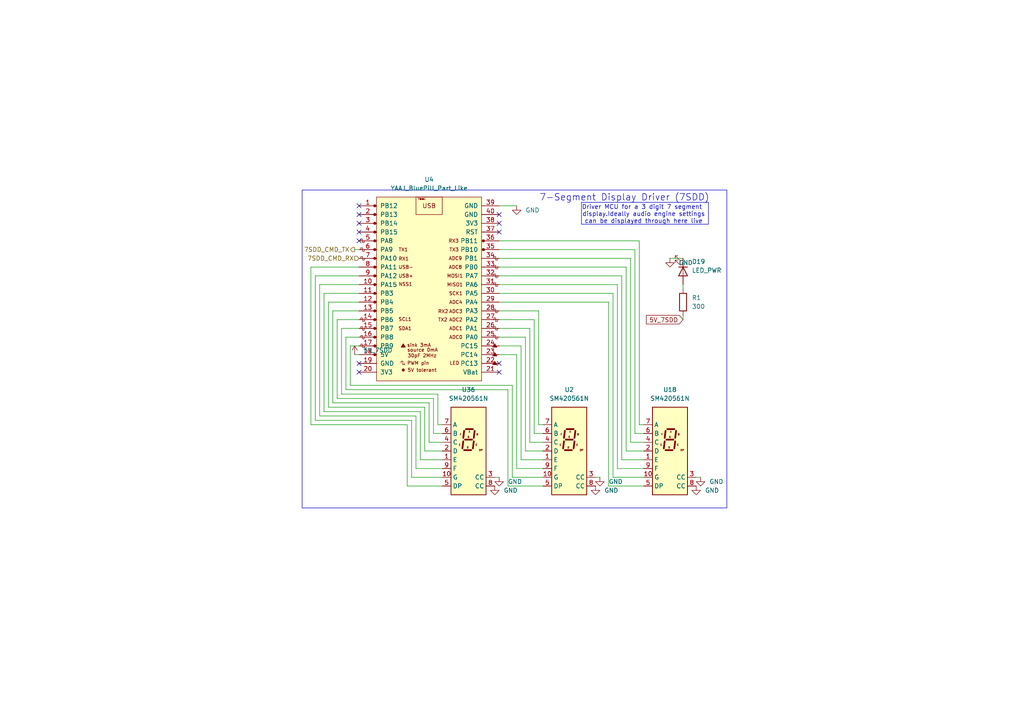
<source format=kicad_sch>
(kicad_sch (version 20250114) (generator "eeschema") (generator_version "9.0")
  (paper "A4")
  (title_block (date "2025-07-21") (rev "2"))
  (lib_symbols
    (symbol "Device:LED" (pin_numbers (hide yes)) (pin_names (offset 1.016) (hide yes))
      (property "Reference" "D" (at 0 2.54 0))
      (property "Value" "LED" (at 0 -2.54 0))
      (symbol "LED_0_1"
        (polyline (pts (xy -3.048 -0.762) (xy -4.572 -2.286) (xy -3.81 -2.286) (xy -4.572 -2.286) (xy -4.572 -1.524)))
        (polyline (pts (xy -1.778 -0.762) (xy -3.302 -2.286) (xy -2.54 -2.286) (xy -3.302 -2.286) (xy -3.302 -1.524)))
        (polyline (pts (xy -1.27 0) (xy 1.27 0)))
        (polyline (pts (xy -1.27 -1.27) (xy -1.27 1.27)) (stroke (width 0.254)))
        (polyline (pts (xy 1.27 -1.27) (xy 1.27 1.27) (xy -1.27 0) (xy 1.27 -1.27)) (stroke (width 0.254)))
      )
      (symbol "LED_1_1"
        (pin passive line (at -3.81 0 0) (length 2.54) (name "K") (number "1"))
        (pin passive line (at 3.81 0 180) (length 2.54) (name "A") (number "2"))
      )
    )
    (symbol "Device:R" (pin_numbers (hide yes)) (pin_names (offset 0))
      (property "Reference" "R" (at 2.032 0 90))
      (property "Value" "R" (at 0 0 90))
      (symbol "R_0_1"
        (rectangle (start -1.016 -2.54) (end 1.016 2.54) (stroke (width 0.254)))
      )
      (symbol "R_1_1"
        (pin passive line (at 0 3.81 270) (length 1.27) (name "~") (number "1"))
        (pin passive line (at 0 -3.81 90) (length 1.27) (name "~") (number "2"))
      )
    )
    (symbol "Display_Character:SM420561N"
      (property "Reference" "U" (at -2.54 13.97 0))
      (property "Value" "SM420561N" (at 1.27 13.97 0))
      (symbol "SM420561N_0_0"
        (text "E" (at -2.54 1.778 0) (effects (font (size 0.508 0.508))))
        (text "F" (at -2.286 4.826 0) (effects (font (size 0.508 0.508))))
        (text "D" (at -0.254 1.016 0) (effects (font (size 0.508 0.508))))
        (text "G" (at 0 4.064 0) (effects (font (size 0.508 0.508))))
        (text "A" (at 0.254 5.588 0) (effects (font (size 0.508 0.508))))
        (text "C" (at 2.286 1.778 0) (effects (font (size 0.508 0.508))))
        (text "B" (at 2.54 4.826 0) (effects (font (size 0.508 0.508))))
        (text "DP" (at 3.556 0.254 0) (effects (font (size 0.508 0.508))))
      )
      (symbol "SM420561N_0_1"
        (rectangle (start -5.08 12.7) (end 5.08 -12.7) (stroke (width 0.254)) (fill (type background)))
        (polyline (pts (xy -1.524 2.794) (xy -1.778 0.762)) (stroke (width 0.508)))
        (polyline (pts (xy -1.27 5.842) (xy -1.524 3.81)) (stroke (width 0.508)))
        (polyline (pts (xy -1.27 0.254) (xy 0.762 0.254)) (stroke (width 0.508)))
        (polyline (pts (xy -1.016 3.302) (xy 1.016 3.302)) (stroke (width 0.508)))
        (polyline (pts (xy -0.762 6.35) (xy 1.27 6.35)) (stroke (width 0.508)))
        (polyline (pts (xy 1.524 2.794) (xy 1.27 0.762)) (stroke (width 0.508)))
        (polyline (pts (xy 1.778 5.842) (xy 1.524 3.81)) (stroke (width 0.508)))
        (polyline (pts (xy 2.54 0.254) (xy 2.54 0.254)) (stroke (width 0.508)))
      )
      (symbol "SM420561N_1_1"
        (pin input line (at -7.62 7.62 0) (length 2.54) (name "A") (number "7"))
        (pin input line (at -7.62 5.08 0) (length 2.54) (name "B") (number "6"))
        (pin input line (at -7.62 2.54 0) (length 2.54) (name "C") (number "4"))
        (pin input line (at -7.62 0 0) (length 2.54) (name "D") (number "2"))
        (pin input line (at -7.62 -2.54 0) (length 2.54) (name "E") (number "1"))
        (pin input line (at -7.62 -5.08 0) (length 2.54) (name "F") (number "9"))
        (pin input line (at -7.62 -7.62 0) (length 2.54) (name "G") (number "10"))
        (pin input line (at -7.62 -10.16 0) (length 2.54) (name "DP") (number "5"))
        (pin input line (at 7.62 -7.62 180) (length 2.54) (name "CC") (number "3"))
        (pin input line (at 7.62 -10.16 180) (length 2.54) (name "CC") (number "8"))
      )
    )
    (symbol "YAAJ_BluePill_Part_Like:YAAJ_BluePill_Part_Like" (pin_names (offset 1.016))
      (property "Reference" "U" (at -12.7 25.4 0))
      (property "Value" "YAAJ_BluePill_Part_Like" (at 0 2.54 90))
      (symbol "YAAJ_BluePill_Part_Like_0_0"
        (circle (center -15.748 22.86) (radius 0.3556) (fill (type outline)))
        (circle (center -15.748 17.78) (radius 0.3556) (fill (type outline)))
        (circle (center -15.748 15.24) (radius 0.3556) (fill (type outline)))
        (circle (center -15.748 12.7) (radius 0.3556) (fill (type outline)))
        (circle (center -15.748 10.16) (radius 0.3556) (fill (type outline)))
        (circle (center -15.748 7.62) (radius 0.3556) (fill (type outline)))
        (circle (center -15.748 5.08) (radius 0.3556) (fill (type outline)))
        (circle (center -15.748 2.54) (radius 0.3556) (fill (type outline)))
        (circle (center -15.748 0) (radius 0.3556) (fill (type outline)))
        (circle (center -15.748 -2.54) (radius 0.3556) (fill (type outline)))
        (circle (center -15.748 -5.08) (radius 0.3556) (fill (type outline)))
        (circle (center -15.748 -7.62) (radius 0.3556) (fill (type outline)))
        (circle (center -15.748 -10.16) (radius 0.3556) (fill (type outline)))
        (circle (center -15.748 -12.7) (radius 0.3556) (fill (type outline)))
        (circle (center -15.748 -15.24) (radius 0.3556) (fill (type outline)))
        (circle (center -15.748 -17.78) (radius 0.3556) (fill (type outline)))
        (circle (center -15.748 -20.32) (radius 0.3556) (fill (type outline)))
        (polyline (pts (xy -8.128 -18.161) (xy -7.493 -17.145) (xy -6.858 -18.161) (xy -8.128 -18.161) (xy -7.493 -17.272) (xy -6.985 -18.161) (xy -8.001 -18.034) (xy -7.493 -17.399) (xy -7.112 -18.161) (xy -7.874 -17.907) (xy -7.366 -17.526) (xy -7.239 -18.161) (xy -7.747 -17.78) (xy -7.239 -17.653) (xy -7.366 -18.034) (xy -7.62 -17.78) (xy -7.366 -17.907) (xy -7.493 -17.653)))
        (circle (center -7.493 -24.765) (radius 0.127) (fill (type outline)))
        (circle (center -7.493 -24.765) (radius 0.254))
        (circle (center -7.493 -24.765) (radius 0.3556))
        (circle (center 15.748 12.7) (radius 0.254) (fill (type outline)))
        (circle (center 15.748 12.7) (radius 0.3556))
        (circle (center 15.748 10.16) (radius 0.254) (fill (type outline)))
        (circle (center 15.748 10.16) (radius 0.3556))
        (polyline (pts (xy 18.415 -18.161) (xy 19.05 -17.145) (xy 19.685 -18.161) (xy 18.415 -18.161) (xy 19.05 -17.272) (xy 19.558 -18.161) (xy 18.542 -18.034) (xy 19.05 -17.399) (xy 19.431 -18.161) (xy 18.669 -17.907) (xy 19.177 -17.526) (xy 19.304 -18.161) (xy 18.796 -17.78) (xy 19.304 -17.653) (xy 19.177 -18.034) (xy 18.923 -17.78) (xy 19.177 -17.907) (xy 19.05 -17.653)))
        (polyline (pts (xy 18.415 -20.701) (xy 19.05 -19.685) (xy 19.685 -20.701) (xy 18.415 -20.701) (xy 19.05 -19.812) (xy 19.558 -20.701) (xy 18.542 -20.574) (xy 19.05 -19.939) (xy 19.431 -20.701) (xy 18.669 -20.447) (xy 19.177 -20.066) (xy 19.304 -20.701) (xy 18.796 -20.32) (xy 19.304 -20.193) (xy 19.177 -20.574) (xy 18.923 -20.32) (xy 19.177 -20.447) (xy 19.05 -20.193)))
        (polyline (pts (xy 18.415 -23.241) (xy 19.05 -22.225) (xy 19.685 -23.241) (xy 18.415 -23.241) (xy 19.05 -22.352) (xy 19.558 -23.241) (xy 18.542 -23.114) (xy 19.05 -22.479) (xy 19.431 -23.241) (xy 18.669 -22.987) (xy 19.177 -22.606) (xy 19.304 -23.241) (xy 18.796 -22.86) (xy 19.304 -22.733) (xy 19.177 -23.114) (xy 18.923 -22.86) (xy 19.177 -22.987) (xy 19.05 -22.733)))
        (text "TX1" (at -7.493 10.16 0) (effects (font (size 0.9906 0.9906))))
        (text "RX1" (at -7.366 7.493 0) (effects (font (size 0.9906 0.9906))))
        (text "SCL1" (at -6.985 -10.033 0) (effects (font (size 0.9906 0.9906))))
        (text "SDA1" (at -6.985 -12.7 0) (effects (font (size 0.9906 0.9906))))
        (text "NSS1" (at -6.858 0.127 0) (effects (font (size 0.9906 0.9906))))
        (text "USB-" (at -6.731 5.08 0) (effects (font (size 0.9906 0.9906))))
        (text "USB+" (at -6.731 2.54 0) (effects (font (size 0.9906 0.9906))))
        (text "PWM pin" (at -3.175 -22.733 0) (effects (font (size 0.9906 0.9906))))
        (text "sink 3mA" (at -2.921 -17.526 0) (effects (font (size 0.9906 0.9906))))
        (text "Y@@J" (at -2.159 24.892 0) (effects (font (size 0.508 0.508))))
        (text "30pF 2MHz" (at -2.032 -20.574 0) (effects (font (size 0.9906 0.9906))))
        (text "5V tolerant" (at -2.032 -24.765 0) (effects (font (size 0.9906 0.9906))))
        (text "source 0mA" (at -1.905 -18.923 0) (effects (font (size 0.9906 0.9906))))
        (text "USB" (at 0 22.86 0) (effects (font (size 1.27 1.27))))
        (text "TX2" (at 3.937 -10.16 0) (effects (font (size 0.9906 0.9906))))
        (text "RX2" (at 4.064 -7.747 0) (effects (font (size 0.9906 0.9906))))
        (text "RX3" (at 7.112 12.7 0) (effects (font (size 0.9906 0.9906))))
        (text "TX3" (at 7.239 10.16 0) (effects (font (size 0.9906 0.9906))))
        (text "LED" (at 7.366 -22.733 0) (effects (font (size 0.9906 0.9906))))
        (text "MOSI1" (at 7.493 2.54 0) (effects (font (size 0.9906 0.9906))))
        (text "MISO1" (at 7.493 0 0) (effects (font (size 0.9906 0.9906))))
        (text "ADC9" (at 7.62 7.62 0) (effects (font (size 0.9906 0.9906))))
        (text "ADC8" (at 7.62 5.08 0) (effects (font (size 0.9906 0.9906))))
        (text "SCK1" (at 7.747 -2.54 0) (effects (font (size 0.9906 0.9906))))
        (text "ADC4" (at 7.747 -5.08 0) (effects (font (size 0.9906 0.9906))))
        (text "ADC3" (at 7.747 -7.747 0) (effects (font (size 0.9906 0.9906))))
        (text "ADC2" (at 7.747 -10.16 0) (effects (font (size 0.9906 0.9906))))
        (text "ADC1" (at 7.747 -12.7 0) (effects (font (size 0.9906 0.9906))))
        (text "ADC0" (at 7.747 -15.24 0) (effects (font (size 0.9906 0.9906))))
      )
      (symbol "YAAJ_BluePill_Part_Like_0_1"
        (polyline (pts (xy -18.796 12.7) (xy -18.796 12.192) (xy -19.304 12.192) (xy -19.304 13.208) (xy -19.812 13.208) (xy -19.812 12.7)))
        (polyline (pts (xy -18.796 10.16) (xy -18.796 9.652) (xy -19.304 9.652) (xy -19.304 10.668) (xy -19.812 10.668) (xy -19.812 10.16)))
        (polyline (pts (xy -18.796 7.62) (xy -18.796 7.112) (xy -19.304 7.112) (xy -19.304 8.128) (xy -19.812 8.128) (xy -19.812 7.62)))
        (polyline (pts (xy -18.796 -10.16) (xy -18.796 -10.668) (xy -19.304 -10.668) (xy -19.304 -9.652) (xy -19.812 -9.652) (xy -19.812 -10.16)))
        (polyline (pts (xy -18.796 -12.7) (xy -18.796 -13.208) (xy -19.304 -13.208) (xy -19.304 -12.192) (xy -19.812 -12.192) (xy -19.812 -12.7)))
        (polyline (pts (xy -18.796 -15.24) (xy -18.796 -15.748) (xy -19.304 -15.748) (xy -19.304 -14.732) (xy -19.812 -14.732) (xy -19.812 -15.24)))
        (polyline (pts (xy -18.796 -17.78) (xy -18.796 -18.288) (xy -19.304 -18.288) (xy -19.304 -17.272) (xy -19.812 -17.272) (xy -19.812 -17.78)))
        (rectangle (start -15.24 25.4) (end 15.24 -27.94) (fill (type background)))
        (polyline (pts (xy -7.112 -22.733) (xy -7.112 -23.241) (xy -7.62 -23.241) (xy -7.62 -22.225) (xy -8.128 -22.225) (xy -8.128 -22.733)))
        (rectangle (start 3.81 25.4) (end -3.81 20.32))
        (polyline (pts (xy 19.812 7.62) (xy 19.812 7.112) (xy 19.304 7.112) (xy 19.304 8.128) (xy 18.796 8.128) (xy 18.796 7.62)))
        (polyline (pts (xy 19.812 5.08) (xy 19.812 4.572) (xy 19.304 4.572) (xy 19.304 5.588) (xy 18.796 5.588) (xy 18.796 5.08)))
        (polyline (pts (xy 19.812 2.54) (xy 19.812 2.032) (xy 19.304 2.032) (xy 19.304 3.048) (xy 18.796 3.048) (xy 18.796 2.54)))
        (polyline (pts (xy 19.812 0) (xy 19.812 -0.508) (xy 19.304 -0.508) (xy 19.304 0.508) (xy 18.796 0.508) (xy 18.796 0)))
        (polyline (pts (xy 19.812 -7.62) (xy 19.812 -8.128) (xy 19.304 -8.128) (xy 19.304 -7.112) (xy 18.796 -7.112) (xy 18.796 -7.62)))
        (polyline (pts (xy 19.812 -10.16) (xy 19.812 -10.668) (xy 19.304 -10.668) (xy 19.304 -9.652) (xy 18.796 -9.652) (xy 18.796 -10.16)))
        (polyline (pts (xy 19.812 -12.7) (xy 19.812 -13.208) (xy 19.304 -13.208) (xy 19.304 -12.192) (xy 18.796 -12.192) (xy 18.796 -12.7)))
        (polyline (pts (xy 19.812 -15.24) (xy 19.812 -15.748) (xy 19.304 -15.748) (xy 19.304 -14.732) (xy 18.796 -14.732) (xy 18.796 -15.24)))
      )
      (symbol "YAAJ_BluePill_Part_Like_1_1"
        (circle (center -15.748 20.32) (radius 0.3556) (fill (type outline)))
        (pin bidirectional line (at -20.32 22.86 0) (length 5.08) (name "PB12") (number "1"))
        (pin bidirectional line (at -20.32 20.32 0) (length 5.08) (name "PB13") (number "2"))
        (pin bidirectional line (at -20.32 17.78 0) (length 5.08) (name "PB14") (number "3"))
        (pin bidirectional line (at -20.32 15.24 0) (length 5.08) (name "PB15") (number "4"))
        (pin bidirectional line (at -20.32 12.7 0) (length 5.08) (name "PA8") (number "5"))
        (pin bidirectional line (at -20.32 10.16 0) (length 5.08) (name "PA9") (number "6"))
        (pin bidirectional line (at -20.32 7.62 0) (length 5.08) (name "PA10") (number "7"))
        (pin bidirectional line (at -20.32 5.08 0) (length 5.08) (name "PA11") (number "8"))
        (pin bidirectional line (at -20.32 2.54 0) (length 5.08) (name "PA12") (number "9"))
        (pin bidirectional line (at -20.32 0 0) (length 5.08) (name "PA15") (number "10"))
        (pin bidirectional line (at -20.32 -2.54 0) (length 5.08) (name "PB3") (number "11"))
        (pin bidirectional line (at -20.32 -5.08 0) (length 5.08) (name "PB4") (number "12"))
        (pin bidirectional line (at -20.32 -7.62 0) (length 5.08) (name "PB5") (number "13"))
        (pin bidirectional line (at -20.32 -10.16 0) (length 5.08) (name "PB6") (number "14"))
        (pin bidirectional line (at -20.32 -12.7 0) (length 5.08) (name "PB7") (number "15"))
        (pin bidirectional line (at -20.32 -15.24 0) (length 5.08) (name "PB8") (number "16"))
        (pin bidirectional line (at -20.32 -17.78 0) (length 5.08) (name "PB9") (number "17"))
        (pin power_in line (at -20.32 -20.32 0) (length 5.08) (name "5V") (number "18"))
        (pin power_in line (at -20.32 -22.86 0) (length 5.08) (name "GND") (number "19"))
        (pin power_in line (at -20.32 -25.4 0) (length 5.08) (name "3V3") (number "20"))
        (pin power_in line (at 20.32 22.86 180) (length 5.08) (name "GND") (number "39"))
        (pin power_in line (at 20.32 20.32 180) (length 5.08) (name "GND") (number "40"))
        (pin power_in line (at 20.32 17.78 180) (length 5.08) (name "3V3") (number "38"))
        (pin input line (at 20.32 15.24 180) (length 5.08) (name "RST") (number "37"))
        (pin bidirectional line (at 20.32 12.7 180) (length 5.08) (name "PB11") (number "36"))
        (pin bidirectional line (at 20.32 10.16 180) (length 5.08) (name "PB10") (number "35"))
        (pin bidirectional line (at 20.32 7.62 180) (length 5.08) (name "PB1") (number "34"))
        (pin bidirectional line (at 20.32 5.08 180) (length 5.08) (name "PB0") (number "33"))
        (pin bidirectional line (at 20.32 2.54 180) (length 5.08) (name "PA7") (number "32"))
        (pin bidirectional line (at 20.32 0 180) (length 5.08) (name "PA6") (number "31"))
        (pin bidirectional line (at 20.32 -2.54 180) (length 5.08) (name "PA5") (number "30"))
        (pin bidirectional line (at 20.32 -5.08 180) (length 5.08) (name "PA4") (number "29"))
        (pin bidirectional line (at 20.32 -7.62 180) (length 5.08) (name "PA3") (number "28"))
        (pin bidirectional line (at 20.32 -10.16 180) (length 5.08) (name "PA2") (number "27"))
        (pin bidirectional line (at 20.32 -12.7 180) (length 5.08) (name "PA1") (number "26"))
        (pin bidirectional line (at 20.32 -15.24 180) (length 5.08) (name "PA0") (number "25"))
        (pin bidirectional line (at 20.32 -17.78 180) (length 5.08) (name "PC15") (number "24"))
        (pin bidirectional line (at 20.32 -20.32 180) (length 5.08) (name "PC14") (number "23"))
        (pin bidirectional line (at 20.32 -22.86 180) (length 5.08) (name "PC13") (number "22"))
        (pin power_in line (at 20.32 -25.4 180) (length 5.08) (name "VBat") (number "21"))
      )
    )
    (symbol "power:+5V" (power) (pin_numbers (hide yes)) (pin_names (offset 0) (hide yes))
      (property "Value" "+5V" (at 0 3.556 0))
      (symbol "+5V_0_1"
        (polyline (pts (xy -0.762 1.27) (xy 0 2.54)))
        (polyline (pts (xy 0 2.54) (xy 0.762 1.27)))
        (polyline (pts (xy 0 0) (xy 0 2.54)))
      )
      (symbol "+5V_1_1"
        (pin power_in line (at 0 0 90) (length 0) (name "~") (number "1"))
      )
    )
    (symbol "power:GND" (power) (pin_numbers (hide yes)) (pin_names (offset 0) (hide yes))
      (property "Value" "GND" (at 0 -3.81 0))
      (symbol "GND_0_1"
        (polyline (pts (xy 0 0) (xy 0 -1.27) (xy 1.27 -1.27) (xy 0 -2.54) (xy -1.27 -1.27) (xy 0 -1.27)))
      )
      (symbol "GND_1_1"
        (pin power_in line (at 0 0 270) (length 0) (name "~") (number "1"))
      )
    )
  )
  (rectangle (start 87.63 55.118) (end 210.82 147.32))
  (rectangle (start 168.656 58.674) (end 205.486 65.024))
  (text "Driver MCU for a 3 digit 7 segment \ndisplay.Ideally audio engine settings\ncan be displayed through here live" (at 186.69 62.23 0) (effects (font (size 1.27 1.27))))
  (text "7-Segment Display Driver (7SDD)" (at 181.102 57.404 0) (effects (font (size 1.905 1.905))))
  (no_connect (at 104.14 59.69))
  (no_connect (at 144.78 64.77))
  (no_connect (at 104.14 67.31))
  (no_connect (at 144.78 105.41))
  (no_connect (at 104.14 69.85))
  (no_connect (at 104.14 105.41))
  (no_connect (at 144.78 107.95))
  (no_connect (at 144.78 67.31))
  (no_connect (at 104.14 107.95))
  (no_connect (at 144.78 62.23))
  (no_connect (at 104.14 64.77))
  (no_connect (at 104.14 62.23))
  (wire (pts (xy 184.15 72.39) (xy 144.78 72.39)))
  (wire (pts (xy 121.92 119.38) (xy 93.98 119.38)))
  (wire (pts (xy 118.11 123.19) (xy 118.11 140.97)))
  (wire (pts (xy 149.86 135.89) (xy 157.48 135.89)))
  (wire (pts (xy 120.65 135.89) (xy 128.27 135.89)))
  (wire (pts (xy 179.07 135.89) (xy 179.07 82.55)))
  (wire (pts (xy 157.48 128.27) (xy 153.67 128.27)))
  (wire (pts (xy 104.14 82.55) (xy 92.71 82.55)))
  (wire (pts (xy 124.46 128.27) (xy 124.46 116.84)))
  (wire (pts (xy 185.42 123.19) (xy 186.69 123.19)))
  (wire (pts (xy 144.78 87.63) (xy 176.53 87.63)))
  (wire (pts (xy 182.88 74.93) (xy 182.88 128.27)))
  (wire (pts (xy 154.94 92.71) (xy 154.94 125.73)))
  (wire (pts (xy 127 114.3) (xy 99.06 114.3)))
  (wire (pts (xy 144.78 69.85) (xy 185.42 69.85)))
  (wire (pts (xy 154.94 125.73) (xy 157.48 125.73)))
  (wire (pts (xy 92.71 82.55) (xy 92.71 120.65)))
  (wire (pts (xy 153.67 95.25) (xy 144.78 95.25)))
  (wire (pts (xy 120.65 120.65) (xy 120.65 135.89)))
  (wire (pts (xy 104.14 92.71) (xy 97.79 92.71)))
  (wire (pts (xy 144.78 80.01) (xy 180.34 80.01)))
  (wire (pts (xy 186.69 138.43) (xy 177.8 138.43)))
  (wire (pts (xy 201.93 138.43) (xy 203.2 138.43)))
  (wire (pts (xy 123.19 118.11) (xy 123.19 130.81)))
  (wire (pts (xy 97.79 115.57) (xy 125.73 115.57)))
  (wire (pts (xy 147.32 140.97) (xy 147.32 113.03)))
  (wire (pts (xy 179.07 82.55) (xy 144.78 82.55)))
  (wire (pts (xy 172.72 138.43) (xy 173.99 138.43)))
  (wire (pts (xy 93.98 85.09) (xy 104.14 85.09)))
  (wire (pts (xy 123.19 130.81) (xy 128.27 130.81)))
  (wire (pts (xy 100.33 97.79) (xy 104.14 97.79)))
  (wire (pts (xy 128.27 138.43) (xy 119.38 138.43)))
  (wire (pts (xy 177.8 85.09) (xy 144.78 85.09)))
  (wire (pts (xy 157.48 133.35) (xy 151.13 133.35)))
  (wire (pts (xy 198.12 92.71) (xy 198.12 91.44)))
  (wire (pts (xy 198.12 82.55) (xy 198.12 83.82)))
  (wire (pts (xy 157.48 140.97) (xy 147.32 140.97)))
  (wire (pts (xy 119.38 121.92) (xy 91.44 121.92)))
  (wire (pts (xy 180.34 80.01) (xy 180.34 133.35)))
  (wire (pts (xy 144.78 59.69) (xy 149.86 59.69)))
  (wire (pts (xy 127 123.19) (xy 127 114.3)))
  (wire (pts (xy 182.88 128.27) (xy 186.69 128.27)))
  (wire (pts (xy 156.21 123.19) (xy 157.48 123.19)))
  (wire (pts (xy 104.14 100.33) (xy 101.6 100.33)))
  (wire (pts (xy 102.87 102.87) (xy 104.14 102.87)))
  (wire (pts (xy 128.27 133.35) (xy 121.92 133.35)))
  (wire (pts (xy 125.73 115.57) (xy 125.73 125.73)))
  (wire (pts (xy 144.78 90.17) (xy 156.21 90.17)))
  (wire (pts (xy 144.78 92.71) (xy 154.94 92.71)))
  (wire (pts (xy 181.61 77.47) (xy 144.78 77.47)))
  (wire (pts (xy 99.06 114.3) (xy 99.06 95.25)))
  (wire (pts (xy 143.51 138.43) (xy 144.78 138.43)))
  (wire (pts (xy 186.69 125.73) (xy 184.15 125.73)))
  (wire (pts (xy 181.61 130.81) (xy 181.61 77.47)))
  (wire (pts (xy 151.13 100.33) (xy 144.78 100.33)))
  (wire (pts (xy 95.25 118.11) (xy 123.19 118.11)))
  (wire (pts (xy 148.59 111.76) (xy 148.59 138.43)))
  (wire (pts (xy 180.34 133.35) (xy 186.69 133.35)))
  (wire (pts (xy 101.6 111.76) (xy 148.59 111.76)))
  (wire (pts (xy 152.4 97.79) (xy 152.4 130.81)))
  (wire (pts (xy 177.8 138.43) (xy 177.8 85.09)))
  (wire (pts (xy 96.52 90.17) (xy 104.14 90.17)))
  (wire (pts (xy 176.53 140.97) (xy 186.69 140.97)))
  (wire (pts (xy 118.11 140.97) (xy 128.27 140.97)))
  (wire (pts (xy 128.27 123.19) (xy 127 123.19)))
  (wire (pts (xy 91.44 80.01) (xy 104.14 80.01)))
  (wire (pts (xy 194.31 74.93) (xy 198.12 74.93)))
  (wire (pts (xy 185.42 69.85) (xy 185.42 123.19)))
  (wire (pts (xy 148.59 138.43) (xy 157.48 138.43)))
  (wire (pts (xy 151.13 133.35) (xy 151.13 100.33)))
  (wire (pts (xy 144.78 102.87) (xy 149.86 102.87)))
  (wire (pts (xy 186.69 130.81) (xy 181.61 130.81)))
  (wire (pts (xy 153.67 128.27) (xy 153.67 95.25)))
  (wire (pts (xy 101.6 100.33) (xy 101.6 111.76)))
  (wire (pts (xy 97.79 92.71) (xy 97.79 115.57)))
  (wire (pts (xy 152.4 130.81) (xy 157.48 130.81)))
  (wire (pts (xy 95.25 87.63) (xy 95.25 118.11)))
  (wire (pts (xy 144.78 97.79) (xy 152.4 97.79)))
  (wire (pts (xy 96.52 116.84) (xy 96.52 90.17)))
  (wire (pts (xy 184.15 125.73) (xy 184.15 72.39)))
  (wire (pts (xy 104.14 87.63) (xy 95.25 87.63)))
  (wire (pts (xy 121.92 133.35) (xy 121.92 119.38)))
  (wire (pts (xy 100.33 113.03) (xy 100.33 97.79)))
  (wire (pts (xy 149.86 102.87) (xy 149.86 135.89)))
  (wire (pts (xy 147.32 113.03) (xy 100.33 113.03)))
  (wire (pts (xy 93.98 85.09) (xy 93.98 119.38)))
  (wire (pts (xy 90.17 123.19) (xy 118.11 123.19)))
  (wire (pts (xy 156.21 90.17) (xy 156.21 123.19)))
  (wire (pts (xy 176.53 87.63) (xy 176.53 140.97)))
  (wire (pts (xy 102.87 72.39) (xy 104.14 72.39)))
  (wire (pts (xy 119.38 138.43) (xy 119.38 121.92)))
  (wire (pts (xy 144.78 74.93) (xy 182.88 74.93)))
  (wire (pts (xy 90.17 77.47) (xy 90.17 123.19)))
  (wire (pts (xy 104.14 77.47) (xy 90.17 77.47)))
  (wire (pts (xy 186.69 135.89) (xy 179.07 135.89)))
  (wire (pts (xy 99.06 95.25) (xy 104.14 95.25)))
  (wire (pts (xy 128.27 128.27) (xy 124.46 128.27)))
  (wire (pts (xy 92.71 120.65) (xy 120.65 120.65)))
  (wire (pts (xy 125.73 125.73) (xy 128.27 125.73)))
  (wire (pts (xy 91.44 121.92) (xy 91.44 80.01)))
  (wire (pts (xy 124.46 116.84) (xy 96.52 116.84)))
  (global_label "5V_7SDD" (shape input) (at 198.12 92.71 180) (property "Intersheetrefs" "${INTERSHEET_REFS}" (effects (hide yes))))
  (hierarchical_label "7SDD_CMD_RX" (shape input) (at 104.14 74.93 180))
  (hierarchical_label "7SDD_CMD_TX" (shape output) (at 102.87 72.39 180))
  (symbol (lib_id "Device:R") (at 198.12 87.63 0) (unit 1)
    (property "Reference" "R1" (at 200.66 86.3599 0) (effects (justify left)))
    (property "Value" "300" (at 200.66 88.8999 0) (effects (justify left)))
    (property "Footprint" "Resistor_SMD:R_0805_2012Metric_Pad1.20x1.40mm_HandSolder" (effects (hide yes)))
    (property "Description" "Resistor" (effects (hide yes)))
    (property "DigiKey_Part_Number" "311-10.0KCRCT-ND" (effects (hide yes)))
    (property "Price" "0.0129" (effects (hide yes)))
  )
  (symbol (lib_id "power:GND") (at 149.86 59.69 0) (unit 1)
    (property "Reference" "#PWR06" (effects (hide yes)))
    (property "Value" "GND" (at 152.4 60.9599 0) (effects (justify left)))
    (property "Description" "Power symbol creates a global label with name \"GND\" , ground" (effects (hide yes)))
  )
  (symbol (lib_id "Display_Character:SM420561N") (at 165.1 130.81 0) (unit 1)
    (property "Reference" "U2" (at 165.1 113.03 0))
    (property "Value" "SM420561N" (at 165.1 115.57 0))
    (property "Footprint" "Display_7Segment:7SegmentLED_LTS6760_LTS6780" (effects (hide yes)))
    (property "Datasheet" "https://datasheet.lcsc.com/szlcsc/Wuxi-ARK-Tech-Elec-SM420561N_C141367.pdf" (effects (hide yes)))
    (property "Description" "One digit 7 segment blue LED, common cathode" (effects (hide yes)))
  )
  (symbol (lib_id "power:GND") (at 172.72 140.97 0) (unit 1)
    (property "Reference" "#PWR010" (effects (hide yes)))
    (property "Value" "GND" (at 175.26 142.2399 0) (effects (justify left)))
    (property "Description" "Power symbol creates a global label with name \"GND\" , ground" (effects (hide yes)))
  )
  (symbol (lib_id "Device:LED") (at 198.12 78.74 270) (unit 1)
    (property "Reference" "D19" (at 200.66 75.8824 90) (effects (justify left)))
    (property "Value" "LED_PWR" (at 200.66 78.4224 90) (effects (justify left)))
    (property "Footprint" "LED_SMD:LED_0603_1608Metric" (effects (hide yes)))
    (property "Description" "Light emitting diode" (effects (hide yes)))
    (property "Sim.Pins" "1=K 2=A" (effects (hide yes)))
  )
  (symbol (lib_id "power:GND") (at 201.93 140.97 0) (unit 1)
    (property "Reference" "#PWR012" (effects (hide yes)))
    (property "Value" "GND" (at 204.47 142.2399 0) (effects (justify left)))
    (property "Description" "Power symbol creates a global label with name \"GND\" , ground" (effects (hide yes)))
  )
  (symbol (lib_id "power:GND") (at 194.31 74.93 0) (unit 1)
    (property "Reference" "#PWR014" (effects (hide yes)))
    (property "Value" "GND" (at 196.85 76.1999 0) (effects (justify left)))
    (property "Description" "Power symbol creates a global label with name \"GND\" , ground" (effects (hide yes)))
  )
  (symbol (lib_id "Display_Character:SM420561N") (at 135.89 130.81 0) (unit 1)
    (property "Reference" "U36" (at 135.89 113.03 0))
    (property "Value" "SM420561N" (at 135.89 115.57 0))
    (property "Footprint" "Display_7Segment:7SegmentLED_LTS6760_LTS6780" (effects (hide yes)))
    (property "Datasheet" "https://datasheet.lcsc.com/szlcsc/Wuxi-ARK-Tech-Elec-SM420561N_C141367.pdf" (effects (hide yes)))
    (property "Description" "One digit 7 segment blue LED, common cathode" (effects (hide yes)))
  )
  (symbol (lib_id "power:GND") (at 203.2 138.43 0) (unit 1)
    (property "Reference" "#PWR013" (effects (hide yes)))
    (property "Value" "GND" (at 205.74 139.6999 0) (effects (justify left)))
    (property "Description" "Power symbol creates a global label with name \"GND\" , ground" (effects (hide yes)))
  )
  (symbol (lib_id "power:GND") (at 173.99 138.43 0) (unit 1)
    (property "Reference" "#PWR011" (effects (hide yes)))
    (property "Value" "GND" (at 176.53 139.6999 0) (effects (justify left)))
    (property "Description" "Power symbol creates a global label with name \"GND\" , ground" (effects (hide yes)))
  )
  (symbol (lib_id "power:GND") (at 143.51 140.97 0) (unit 1)
    (property "Reference" "#PWR08" (effects (hide yes)))
    (property "Value" "GND" (at 146.05 142.2399 0) (effects (justify left)))
    (property "Description" "Power symbol creates a global label with name \"GND\" , ground" (effects (hide yes)))
  )
  (symbol (lib_id "power:+5V") (at 102.87 102.87 0) (unit 1)
    (property "Reference" "#PWR07" (effects (hide yes)))
    (property "Value" "5V_7SDD" (at 105.41 101.5999 0) (effects (justify left)))
    (property "Description" "Power symbol creates a global label with name \"+5V\"" (effects (hide yes)))
  )
  (symbol (lib_id "Display_Character:SM420561N") (at 194.31 130.81 0) (unit 1)
    (property "Reference" "U18" (at 194.31 113.03 0))
    (property "Value" "SM420561N" (at 194.31 115.57 0))
    (property "Footprint" "Display_7Segment:7SegmentLED_LTS6760_LTS6780" (effects (hide yes)))
    (property "Datasheet" "https://datasheet.lcsc.com/szlcsc/Wuxi-ARK-Tech-Elec-SM420561N_C141367.pdf" (effects (hide yes)))
    (property "Description" "One digit 7 segment blue LED, common cathode" (effects (hide yes)))
  )
  (symbol (lib_id "YAAJ_BluePill_Part_Like:YAAJ_BluePill_Part_Like") (at 124.46 82.55 0) (unit 1)
    (property "Reference" "U4" (at 124.46 52.07 0))
    (property "Value" "YAAJ_BluePill_Part_Like" (at 124.46 54.61 0))
    (property "Footprint" "Footprints:YAAJ_WeAct_BlackPill_SWD_2" (effects (hide yes)))
    (property "Description" "STM32 Blue Pill ; not KLC compliant" (effects (hide yes)))
  )
  (symbol (lib_id "power:GND") (at 144.78 138.43 0) (unit 1)
    (property "Reference" "#PWR09" (effects (hide yes)))
    (property "Value" "GND" (at 147.32 139.6999 0) (effects (justify left)))
    (property "Description" "Power symbol creates a global label with name \"GND\" , ground" (effects (hide yes)))
  )
)
</source>
